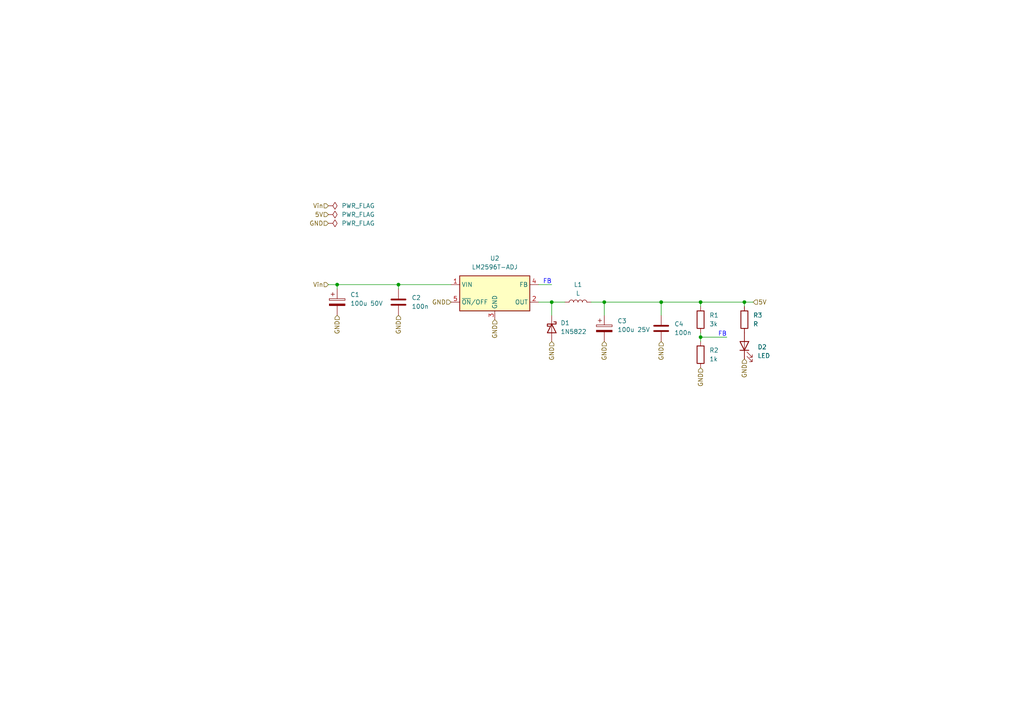
<source format=kicad_sch>
(kicad_sch (version 20231120) (generator "eeschema") (generator_version "8.0")
  (paper "A4")
  (title_block (title "Domoticata main control unit") (date "2024-07-14") (rev "0.1") (company "Davide Scalisi"))
  (lib_symbols
    (symbol "Device:C" (pin_numbers hide) (pin_names (offset 0.254))
      (property "Reference" "C" (at 0.635 2.54 0))
      (property "Value" "C" (at 0.635 -2.54 0))
      (symbol "C_0_1"
        (polyline (pts (xy -2.032 -0.762) (xy 2.032 -0.762)) (stroke (width 0.508)))
        (polyline (pts (xy -2.032 0.762) (xy 2.032 0.762)) (stroke (width 0.508)))
      )
      (symbol "C_1_1"
        (pin passive line (at 0 3.81 270) (length 2.794) (name "~") (number "1"))
        (pin passive line (at 0 -3.81 90) (length 2.794) (name "~") (number "2"))
      )
    )
    (symbol "Device:C_Polarized" (pin_numbers hide) (pin_names (offset 0.254))
      (property "Reference" "C" (at 0.635 2.54 0))
      (property "Value" "C_Polarized" (at 0.635 -2.54 0))
      (symbol "C_Polarized_0_1"
        (rectangle (start -2.286 0.508) (end 2.286 1.016))
        (polyline (pts (xy -1.778 2.286) (xy -0.762 2.286)))
        (polyline (pts (xy -1.27 2.794) (xy -1.27 1.778)))
        (rectangle (start 2.286 -0.508) (end -2.286 -1.016) (fill (type outline)))
      )
      (symbol "C_Polarized_1_1"
        (pin passive line (at 0 3.81 270) (length 2.794) (name "~") (number "1"))
        (pin passive line (at 0 -3.81 90) (length 2.794) (name "~") (number "2"))
      )
    )
    (symbol "Device:L" (pin_numbers hide) (pin_names (offset 1.016) hide)
      (property "Reference" "L" (at -1.27 0 90))
      (property "Value" "L" (at 1.905 0 90))
      (symbol "L_0_1"
        (arc (start 0 -2.54) (mid 0.6323 -1.905) (end 0 -1.27))
        (arc (start 0 -1.27) (mid 0.6323 -0.635) (end 0 0))
        (arc (start 0 0) (mid 0.6323 0.635) (end 0 1.27))
        (arc (start 0 1.27) (mid 0.6323 1.905) (end 0 2.54))
      )
      (symbol "L_1_1"
        (pin passive line (at 0 3.81 270) (length 1.27) (name "1") (number "1"))
        (pin passive line (at 0 -3.81 90) (length 1.27) (name "2") (number "2"))
      )
    )
    (symbol "Device:LED" (pin_numbers hide) (pin_names (offset 1.016) hide)
      (property "Reference" "D" (at 0 2.54 0))
      (property "Value" "LED" (at 0 -2.54 0))
      (symbol "LED_0_1"
        (polyline (pts (xy -1.27 -1.27) (xy -1.27 1.27)) (stroke (width 0.254)))
        (polyline (pts (xy -1.27 0) (xy 1.27 0)))
        (polyline (pts (xy 1.27 -1.27) (xy 1.27 1.27) (xy -1.27 0) (xy 1.27 -1.27)) (stroke (width 0.254)))
        (polyline (pts (xy -3.048 -0.762) (xy -4.572 -2.286) (xy -3.81 -2.286) (xy -4.572 -2.286) (xy -4.572 -1.524)))
        (polyline (pts (xy -1.778 -0.762) (xy -3.302 -2.286) (xy -2.54 -2.286) (xy -3.302 -2.286) (xy -3.302 -1.524)))
      )
      (symbol "LED_1_1"
        (pin passive line (at -3.81 0 0) (length 2.54) (name "K") (number "1"))
        (pin passive line (at 3.81 0 180) (length 2.54) (name "A") (number "2"))
      )
    )
    (symbol "Device:R" (pin_numbers hide) (pin_names (offset 0))
      (property "Reference" "R" (at 2.032 0 90))
      (property "Value" "R" (at 0 0 90))
      (symbol "R_0_1"
        (rectangle (start -1.016 -2.54) (end 1.016 2.54) (stroke (width 0.254)))
      )
      (symbol "R_1_1"
        (pin passive line (at 0 3.81 270) (length 1.27) (name "~") (number "1"))
        (pin passive line (at 0 -3.81 90) (length 1.27) (name "~") (number "2"))
      )
    )
    (symbol "Diode:1N5822" (pin_numbers hide) (pin_names (offset 1.016) hide)
      (property "Reference" "D" (at 0 2.54 0))
      (property "Value" "1N5822" (at 0 -2.54 0))
      (symbol "1N5822_0_1"
        (polyline (pts (xy 1.27 0) (xy -1.27 0)))
        (polyline (pts (xy 1.27 1.27) (xy 1.27 -1.27) (xy -1.27 0) (xy 1.27 1.27)) (stroke (width 0.254)))
        (polyline (pts (xy -1.905 0.635) (xy -1.905 1.27) (xy -1.27 1.27) (xy -1.27 -1.27) (xy -0.635 -1.27) (xy -0.635 -0.635)) (stroke (width 0.254)))
      )
      (symbol "1N5822_1_1"
        (pin passive line (at -3.81 0 0) (length 2.54) (name "K") (number "1"))
        (pin passive line (at 3.81 0 180) (length 2.54) (name "A") (number "2"))
      )
    )
    (symbol "Regulator_Switching:LM2596T-ADJ"
      (property "Reference" "U" (at -10.16 6.35 0))
      (property "Value" "LM2596T-ADJ" (at 0 6.35 0))
      (symbol "LM2596T-ADJ_0_1"
        (rectangle (start -10.16 5.08) (end 10.16 -5.08) (stroke (width 0.254)) (fill (type background)))
      )
      (symbol "LM2596T-ADJ_1_1"
        (pin power_in line (at -12.7 2.54 0) (length 2.54) (name "VIN") (number "1"))
        (pin output line (at 12.7 -2.54 180) (length 2.54) (name "OUT") (number "2"))
        (pin power_in line (at 0 -7.62 90) (length 2.54) (name "GND") (number "3"))
        (pin input line (at 12.7 2.54 180) (length 2.54) (name "FB") (number "4"))
        (pin input line (at -12.7 -2.54 0) (length 2.54) (name "~{ON}/OFF") (number "5"))
      )
    )
    (symbol "power:PWR_FLAG" (power) (pin_numbers hide) (pin_names (offset 0) hide)
      (property "Value" "PWR_FLAG" (at 0 3.81 0))
      (symbol "PWR_FLAG_0_0"
        (pin power_out line (at 0 0 90) (length 0) (name "~") (number "1"))
      )
      (symbol "PWR_FLAG_0_1"
        (polyline (pts (xy 0 0) (xy 0 1.27) (xy -1.016 1.905) (xy 0 2.54) (xy 1.016 1.905) (xy 0 1.27)))
      )
    )
  )
  (junction (at 203.2 97.79))
  (junction (at 215.9 87.63))
  (junction (at 97.79 82.55))
  (junction (at 203.2 87.63))
  (junction (at 115.57 82.55))
  (junction (at 160.02 87.63))
  (junction (at 191.77 87.63))
  (junction (at 175.26 87.63))
  (wire (pts (xy 175.26 87.63) (xy 171.45 87.63)))
  (wire (pts (xy 191.77 87.63) (xy 175.26 87.63)))
  (wire (pts (xy 160.02 87.63) (xy 163.83 87.63)))
  (wire (pts (xy 175.26 91.44) (xy 175.26 87.63)))
  (wire (pts (xy 203.2 97.79) (xy 210.82 97.79)))
  (wire (pts (xy 215.9 87.63) (xy 215.9 88.9)))
  (wire (pts (xy 203.2 87.63) (xy 215.9 87.63)))
  (wire (pts (xy 97.79 83.82) (xy 97.79 82.55)))
  (wire (pts (xy 203.2 97.79) (xy 203.2 99.06)))
  (wire (pts (xy 203.2 96.52) (xy 203.2 97.79)))
  (wire (pts (xy 203.2 88.9) (xy 203.2 87.63)))
  (wire (pts (xy 95.25 82.55) (xy 97.79 82.55)))
  (wire (pts (xy 160.02 91.44) (xy 160.02 87.63)))
  (wire (pts (xy 115.57 82.55) (xy 115.57 83.82)))
  (wire (pts (xy 203.2 87.63) (xy 191.77 87.63)))
  (wire (pts (xy 215.9 87.63) (xy 218.44 87.63)))
  (wire (pts (xy 156.21 87.63) (xy 160.02 87.63)))
  (wire (pts (xy 115.57 82.55) (xy 130.81 82.55)))
  (wire (pts (xy 191.77 91.44) (xy 191.77 87.63)))
  (wire (pts (xy 97.79 82.55) (xy 115.57 82.55)))
  (wire (pts (xy 156.21 82.55) (xy 160.02 82.55)))
  (label "FB" (at 210.82 97.79 180))
  (label "FB" (at 160.02 82.55 180))
  (hierarchical_label "Vin" (shape input) (at 95.25 82.55 180))
  (hierarchical_label "Vin" (shape input) (at 95.25 59.69 180))
  (hierarchical_label "GND" (shape input) (at 143.51 92.71 270))
  (hierarchical_label "5V" (shape input) (at 218.44 87.63 0))
  (hierarchical_label "GND" (shape input) (at 203.2 106.68 270))
  (hierarchical_label "GND" (shape input) (at 95.25 64.77 180))
  (hierarchical_label "GND" (shape input) (at 130.81 87.63 180))
  (hierarchical_label "5V" (shape input) (at 95.25 62.23 180))
  (hierarchical_label "GND" (shape input) (at 97.79 91.44 270))
  (hierarchical_label "GND" (shape input) (at 160.02 99.06 270))
  (hierarchical_label "GND" (shape input) (at 191.77 99.06 270))
  (hierarchical_label "GND" (shape input) (at 215.9 104.14 270))
  (hierarchical_label "GND" (shape input) (at 115.57 91.44 270))
  (hierarchical_label "GND" (shape input) (at 175.26 99.06 270))
  (symbol (lib_id "power:PWR_FLAG") (at 95.25 62.23 270) (unit 1)
    (property "Reference" "#FLG02" (effects (hide yes)))
    (property "Value" "PWR_FLAG" (at 99.06 62.2299 90) (effects (justify left)))
    (property "Description" "Special symbol for telling ERC where power comes from" (effects (hide yes)))
  )
  (symbol (lib_id "power:PWR_FLAG") (at 95.25 64.77 270) (unit 1)
    (property "Reference" "#FLG03" (effects (hide yes)))
    (property "Value" "PWR_FLAG" (at 99.06 64.7699 90) (effects (justify left)))
    (property "Description" "Special symbol for telling ERC where power comes from" (effects (hide yes)))
  )
  (symbol (lib_id "Device:C") (at 191.77 95.25 0) (unit 1)
    (property "Reference" "C4" (at 195.58 93.9799 0) (effects (justify left)))
    (property "Value" "100n" (at 195.58 96.5199 0) (effects (justify left)))
    (property "Description" "Unpolarized capacitor" (effects (hide yes)))
  )
  (symbol (lib_id "Device:R") (at 203.2 102.87 0) (unit 1)
    (property "Reference" "R2" (at 205.74 101.5999 0) (effects (justify left)))
    (property "Value" "1k" (at 205.74 104.1399 0) (effects (justify left)))
    (property "Description" "Resistor" (effects (hide yes)))
  )
  (symbol (lib_id "power:PWR_FLAG") (at 95.25 59.69 270) (unit 1)
    (property "Reference" "#FLG01" (effects (hide yes)))
    (property "Value" "PWR_FLAG" (at 99.06 59.6899 90) (effects (justify left)))
    (property "Description" "Special symbol for telling ERC where power comes from" (effects (hide yes)))
  )
  (symbol (lib_id "Device:R") (at 215.9 92.71 0) (unit 1)
    (property "Reference" "R3" (at 218.44 91.4399 0) (effects (justify left)))
    (property "Value" "R" (at 218.44 93.9799 0) (effects (justify left)))
    (property "Description" "Resistor" (effects (hide yes)))
  )
  (symbol (lib_id "Device:C_Polarized") (at 175.26 95.25 0) (unit 1)
    (property "Reference" "C3" (at 179.07 93.0909 0) (effects (justify left)))
    (property "Value" "100u 25V" (at 179.07 95.6309 0) (effects (justify left)))
    (property "Description" "Polarized capacitor" (effects (hide yes)))
  )
  (symbol (lib_id "Device:C_Polarized") (at 97.79 87.63 0) (unit 1)
    (property "Reference" "C1" (at 101.6 85.4709 0) (effects (justify left)))
    (property "Value" "100u 50V" (at 101.6 88.0109 0) (effects (justify left)))
    (property "Description" "Polarized capacitor" (effects (hide yes)))
  )
  (symbol (lib_id "Device:LED") (at 215.9 100.33 90) (unit 1)
    (property "Reference" "D2" (at 219.71 100.6474 90) (effects (justify right)))
    (property "Value" "LED" (at 219.71 103.1874 90) (effects (justify right)))
    (property "Description" "Light emitting diode" (effects (hide yes)))
  )
  (symbol (lib_id "Regulator_Switching:LM2596T-ADJ") (at 143.51 85.09 0) (unit 1)
    (property "Reference" "U2" (at 143.51 74.93 0))
    (property "Value" "LM2596T-ADJ" (at 143.51 77.47 0))
    (property "Footprint" "Package_TO_SOT_THT:TO-220-5_Vertical" (effects (hide yes)))
    (property "Datasheet" "http://www.ti.com/lit/ds/symlink/lm2596.pdf" (effects (hide yes)))
    (property "Description" "Adjustable 3A 150kHz Step-Down Voltage Regulator, TO-220" (effects (hide yes)))
  )
  (symbol (lib_id "Device:L") (at 167.64 87.63 90) (unit 1)
    (property "Reference" "L1" (at 167.64 82.55 90))
    (property "Value" "L" (at 167.64 85.09 90))
    (property "Description" "Inductor" (effects (hide yes)))
  )
  (symbol (lib_id "Diode:1N5822") (at 160.02 95.25 270) (unit 1)
    (property "Reference" "D1" (at 162.56 93.6624 90) (effects (justify left)))
    (property "Value" "1N5822" (at 162.56 96.2024 90) (effects (justify left)))
    (property "Footprint" "Diode_THT:D_DO-201AD_P15.24mm_Horizontal" (effects (hide yes)))
    (property "Datasheet" "http://www.vishay.com/docs/88526/1n5820.pdf" (effects (hide yes)))
    (property "Description" "40V 3A Schottky Barrier Rectifier Diode, DO-201AD" (effects (hide yes)))
  )
  (symbol (lib_id "Device:C") (at 115.57 87.63 0) (unit 1)
    (property "Reference" "C2" (at 119.38 86.3599 0) (effects (justify left)))
    (property "Value" "100n" (at 119.38 88.8999 0) (effects (justify left)))
    (property "Description" "Unpolarized capacitor" (effects (hide yes)))
  )
  (symbol (lib_id "Device:R") (at 203.2 92.71 0) (unit 1)
    (property "Reference" "R1" (at 205.74 91.4399 0) (effects (justify left)))
    (property "Value" "3k" (at 205.74 93.9799 0) (effects (justify left)))
    (property "Description" "Resistor" (effects (hide yes)))
  )
)
</source>
